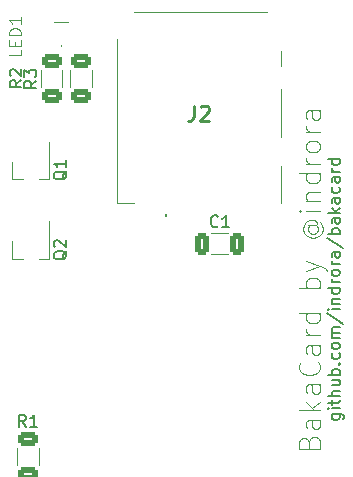
<source format=gto>
%TF.GenerationSoftware,KiCad,Pcbnew,(6.0.1)*%
%TF.CreationDate,2022-02-03T01:47:34-08:00*%
%TF.ProjectId,sd2ps2,73643270-7332-42e6-9b69-6361645f7063,rev?*%
%TF.SameCoordinates,Original*%
%TF.FileFunction,Legend,Top*%
%TF.FilePolarity,Positive*%
%FSLAX46Y46*%
G04 Gerber Fmt 4.6, Leading zero omitted, Abs format (unit mm)*
G04 Created by KiCad (PCBNEW (6.0.1)) date 2022-02-03 01:47:34*
%MOMM*%
%LPD*%
G01*
G04 APERTURE LIST*
G04 Aperture macros list*
%AMRoundRect*
0 Rectangle with rounded corners*
0 $1 Rounding radius*
0 $2 $3 $4 $5 $6 $7 $8 $9 X,Y pos of 4 corners*
0 Add a 4 corners polygon primitive as box body*
4,1,4,$2,$3,$4,$5,$6,$7,$8,$9,$2,$3,0*
0 Add four circle primitives for the rounded corners*
1,1,$1+$1,$2,$3*
1,1,$1+$1,$4,$5*
1,1,$1+$1,$6,$7*
1,1,$1+$1,$8,$9*
0 Add four rect primitives between the rounded corners*
20,1,$1+$1,$2,$3,$4,$5,0*
20,1,$1+$1,$4,$5,$6,$7,0*
20,1,$1+$1,$6,$7,$8,$9,0*
20,1,$1+$1,$8,$9,$2,$3,0*%
G04 Aperture macros list end*
%ADD10C,0.100000*%
%ADD11C,0.200000*%
%ADD12C,0.150000*%
%ADD13C,0.254000*%
%ADD14C,0.120000*%
%ADD15RoundRect,0.250000X-0.325000X-0.650000X0.325000X-0.650000X0.325000X0.650000X-0.325000X0.650000X0*%
%ADD16R,1.500000X4.700000*%
%ADD17R,1.500000X5.500000*%
%ADD18R,1.400000X5.500000*%
%ADD19R,0.700000X1.200000*%
%ADD20R,1.000000X1.200000*%
%ADD21R,1.000000X0.800000*%
%ADD22R,1.000000X2.800000*%
%ADD23R,1.300000X1.900000*%
%ADD24R,0.900000X0.900000*%
%ADD25R,1.500000X1.500000*%
%ADD26RoundRect,0.250000X0.625000X-0.312500X0.625000X0.312500X-0.625000X0.312500X-0.625000X-0.312500X0*%
%ADD27R,0.400000X0.450000*%
%ADD28R,1.000000X1.900000*%
%ADD29R,0.500000X0.450000*%
%ADD30R,0.800000X1.900000*%
G04 APERTURE END LIST*
D10*
X196075000Y-112550000D02*
X196158333Y-112300000D01*
X196241666Y-112216666D01*
X196408333Y-112133333D01*
X196658333Y-112133333D01*
X196825000Y-112216666D01*
X196908333Y-112300000D01*
X196991666Y-112466666D01*
X196991666Y-113133333D01*
X195241666Y-113133333D01*
X195241666Y-112550000D01*
X195325000Y-112383333D01*
X195408333Y-112300000D01*
X195575000Y-112216666D01*
X195741666Y-112216666D01*
X195908333Y-112300000D01*
X195991666Y-112383333D01*
X196075000Y-112550000D01*
X196075000Y-113133333D01*
X196991666Y-110633333D02*
X196075000Y-110633333D01*
X195908333Y-110716666D01*
X195825000Y-110883333D01*
X195825000Y-111216666D01*
X195908333Y-111383333D01*
X196908333Y-110633333D02*
X196991666Y-110800000D01*
X196991666Y-111216666D01*
X196908333Y-111383333D01*
X196741666Y-111466666D01*
X196575000Y-111466666D01*
X196408333Y-111383333D01*
X196325000Y-111216666D01*
X196325000Y-110800000D01*
X196241666Y-110633333D01*
X196991666Y-109800000D02*
X195241666Y-109800000D01*
X196325000Y-109633333D02*
X196991666Y-109133333D01*
X195825000Y-109133333D02*
X196491666Y-109800000D01*
X196991666Y-107633333D02*
X196075000Y-107633333D01*
X195908333Y-107716666D01*
X195825000Y-107883333D01*
X195825000Y-108216666D01*
X195908333Y-108383333D01*
X196908333Y-107633333D02*
X196991666Y-107800000D01*
X196991666Y-108216666D01*
X196908333Y-108383333D01*
X196741666Y-108466666D01*
X196575000Y-108466666D01*
X196408333Y-108383333D01*
X196325000Y-108216666D01*
X196325000Y-107800000D01*
X196241666Y-107633333D01*
X196825000Y-105800000D02*
X196908333Y-105883333D01*
X196991666Y-106133333D01*
X196991666Y-106300000D01*
X196908333Y-106550000D01*
X196741666Y-106716666D01*
X196575000Y-106800000D01*
X196241666Y-106883333D01*
X195991666Y-106883333D01*
X195658333Y-106800000D01*
X195491666Y-106716666D01*
X195325000Y-106550000D01*
X195241666Y-106300000D01*
X195241666Y-106133333D01*
X195325000Y-105883333D01*
X195408333Y-105800000D01*
X196991666Y-104300000D02*
X196075000Y-104300000D01*
X195908333Y-104383333D01*
X195825000Y-104550000D01*
X195825000Y-104883333D01*
X195908333Y-105050000D01*
X196908333Y-104300000D02*
X196991666Y-104466666D01*
X196991666Y-104883333D01*
X196908333Y-105050000D01*
X196741666Y-105133333D01*
X196575000Y-105133333D01*
X196408333Y-105050000D01*
X196325000Y-104883333D01*
X196325000Y-104466666D01*
X196241666Y-104300000D01*
X196991666Y-103466666D02*
X195825000Y-103466666D01*
X196158333Y-103466666D02*
X195991666Y-103383333D01*
X195908333Y-103300000D01*
X195825000Y-103133333D01*
X195825000Y-102966666D01*
X196991666Y-101633333D02*
X195241666Y-101633333D01*
X196908333Y-101633333D02*
X196991666Y-101800000D01*
X196991666Y-102133333D01*
X196908333Y-102300000D01*
X196825000Y-102383333D01*
X196658333Y-102466666D01*
X196158333Y-102466666D01*
X195991666Y-102383333D01*
X195908333Y-102300000D01*
X195825000Y-102133333D01*
X195825000Y-101800000D01*
X195908333Y-101633333D01*
X196991666Y-99466666D02*
X195241666Y-99466666D01*
X195908333Y-99466666D02*
X195825000Y-99300000D01*
X195825000Y-98966666D01*
X195908333Y-98800000D01*
X195991666Y-98716666D01*
X196158333Y-98633333D01*
X196658333Y-98633333D01*
X196825000Y-98716666D01*
X196908333Y-98800000D01*
X196991666Y-98966666D01*
X196991666Y-99300000D01*
X196908333Y-99466666D01*
X195825000Y-98050000D02*
X196991666Y-97633333D01*
X195825000Y-97216666D02*
X196991666Y-97633333D01*
X197408333Y-97800000D01*
X197491666Y-97883333D01*
X197575000Y-98050000D01*
X196158333Y-94133333D02*
X196075000Y-94216666D01*
X195991666Y-94383333D01*
X195991666Y-94550000D01*
X196075000Y-94716666D01*
X196158333Y-94800000D01*
X196325000Y-94883333D01*
X196491666Y-94883333D01*
X196658333Y-94800000D01*
X196741666Y-94716666D01*
X196825000Y-94550000D01*
X196825000Y-94383333D01*
X196741666Y-94216666D01*
X196658333Y-94133333D01*
X195991666Y-94133333D02*
X196658333Y-94133333D01*
X196741666Y-94050000D01*
X196741666Y-93966666D01*
X196658333Y-93800000D01*
X196491666Y-93716666D01*
X196075000Y-93716666D01*
X195825000Y-93883333D01*
X195658333Y-94133333D01*
X195575000Y-94466666D01*
X195658333Y-94800000D01*
X195825000Y-95050000D01*
X196075000Y-95216666D01*
X196408333Y-95300000D01*
X196741666Y-95216666D01*
X196991666Y-95050000D01*
X197158333Y-94800000D01*
X197241666Y-94466666D01*
X197158333Y-94133333D01*
X196991666Y-93883333D01*
X196991666Y-92966666D02*
X195825000Y-92966666D01*
X195241666Y-92966666D02*
X195325000Y-93050000D01*
X195408333Y-92966666D01*
X195325000Y-92883333D01*
X195241666Y-92966666D01*
X195408333Y-92966666D01*
X195825000Y-92133333D02*
X196991666Y-92133333D01*
X195991666Y-92133333D02*
X195908333Y-92050000D01*
X195825000Y-91883333D01*
X195825000Y-91633333D01*
X195908333Y-91466666D01*
X196075000Y-91383333D01*
X196991666Y-91383333D01*
X196991666Y-89800000D02*
X195241666Y-89800000D01*
X196908333Y-89800000D02*
X196991666Y-89966666D01*
X196991666Y-90300000D01*
X196908333Y-90466666D01*
X196825000Y-90550000D01*
X196658333Y-90633333D01*
X196158333Y-90633333D01*
X195991666Y-90550000D01*
X195908333Y-90466666D01*
X195825000Y-90300000D01*
X195825000Y-89966666D01*
X195908333Y-89800000D01*
X196991666Y-88966666D02*
X195825000Y-88966666D01*
X196158333Y-88966666D02*
X195991666Y-88883333D01*
X195908333Y-88800000D01*
X195825000Y-88633333D01*
X195825000Y-88466666D01*
X196991666Y-87633333D02*
X196908333Y-87800000D01*
X196825000Y-87883333D01*
X196658333Y-87966666D01*
X196158333Y-87966666D01*
X195991666Y-87883333D01*
X195908333Y-87800000D01*
X195825000Y-87633333D01*
X195825000Y-87383333D01*
X195908333Y-87216666D01*
X195991666Y-87133333D01*
X196158333Y-87050000D01*
X196658333Y-87050000D01*
X196825000Y-87133333D01*
X196908333Y-87216666D01*
X196991666Y-87383333D01*
X196991666Y-87633333D01*
X196991666Y-86300000D02*
X195825000Y-86300000D01*
X196158333Y-86300000D02*
X195991666Y-86216666D01*
X195908333Y-86133333D01*
X195825000Y-85966666D01*
X195825000Y-85800000D01*
X196991666Y-84466666D02*
X196075000Y-84466666D01*
X195908333Y-84550000D01*
X195825000Y-84716666D01*
X195825000Y-85050000D01*
X195908333Y-85216666D01*
X196908333Y-84466666D02*
X196991666Y-84633333D01*
X196991666Y-85050000D01*
X196908333Y-85216666D01*
X196741666Y-85300000D01*
X196575000Y-85300000D01*
X196408333Y-85216666D01*
X196325000Y-85050000D01*
X196325000Y-84633333D01*
X196241666Y-84466666D01*
D11*
X197985714Y-110171428D02*
X198795238Y-110171428D01*
X198890476Y-110219047D01*
X198938095Y-110266666D01*
X198985714Y-110361904D01*
X198985714Y-110504761D01*
X198938095Y-110600000D01*
X198604761Y-110171428D02*
X198652380Y-110266666D01*
X198652380Y-110457142D01*
X198604761Y-110552380D01*
X198557142Y-110600000D01*
X198461904Y-110647619D01*
X198176190Y-110647619D01*
X198080952Y-110600000D01*
X198033333Y-110552380D01*
X197985714Y-110457142D01*
X197985714Y-110266666D01*
X198033333Y-110171428D01*
X198652380Y-109695238D02*
X197985714Y-109695238D01*
X197652380Y-109695238D02*
X197700000Y-109742857D01*
X197747619Y-109695238D01*
X197700000Y-109647619D01*
X197652380Y-109695238D01*
X197747619Y-109695238D01*
X197985714Y-109361904D02*
X197985714Y-108980952D01*
X197652380Y-109219047D02*
X198509523Y-109219047D01*
X198604761Y-109171428D01*
X198652380Y-109076190D01*
X198652380Y-108980952D01*
X198652380Y-108647619D02*
X197652380Y-108647619D01*
X198652380Y-108219047D02*
X198128571Y-108219047D01*
X198033333Y-108266666D01*
X197985714Y-108361904D01*
X197985714Y-108504761D01*
X198033333Y-108600000D01*
X198080952Y-108647619D01*
X197985714Y-107314285D02*
X198652380Y-107314285D01*
X197985714Y-107742857D02*
X198509523Y-107742857D01*
X198604761Y-107695238D01*
X198652380Y-107600000D01*
X198652380Y-107457142D01*
X198604761Y-107361904D01*
X198557142Y-107314285D01*
X198652380Y-106838095D02*
X197652380Y-106838095D01*
X198033333Y-106838095D02*
X197985714Y-106742857D01*
X197985714Y-106552380D01*
X198033333Y-106457142D01*
X198080952Y-106409523D01*
X198176190Y-106361904D01*
X198461904Y-106361904D01*
X198557142Y-106409523D01*
X198604761Y-106457142D01*
X198652380Y-106552380D01*
X198652380Y-106742857D01*
X198604761Y-106838095D01*
X198557142Y-105933333D02*
X198604761Y-105885714D01*
X198652380Y-105933333D01*
X198604761Y-105980952D01*
X198557142Y-105933333D01*
X198652380Y-105933333D01*
X198604761Y-105028571D02*
X198652380Y-105123809D01*
X198652380Y-105314285D01*
X198604761Y-105409523D01*
X198557142Y-105457142D01*
X198461904Y-105504761D01*
X198176190Y-105504761D01*
X198080952Y-105457142D01*
X198033333Y-105409523D01*
X197985714Y-105314285D01*
X197985714Y-105123809D01*
X198033333Y-105028571D01*
X198652380Y-104457142D02*
X198604761Y-104552380D01*
X198557142Y-104600000D01*
X198461904Y-104647619D01*
X198176190Y-104647619D01*
X198080952Y-104600000D01*
X198033333Y-104552380D01*
X197985714Y-104457142D01*
X197985714Y-104314285D01*
X198033333Y-104219047D01*
X198080952Y-104171428D01*
X198176190Y-104123809D01*
X198461904Y-104123809D01*
X198557142Y-104171428D01*
X198604761Y-104219047D01*
X198652380Y-104314285D01*
X198652380Y-104457142D01*
X198652380Y-103695238D02*
X197985714Y-103695238D01*
X198080952Y-103695238D02*
X198033333Y-103647619D01*
X197985714Y-103552380D01*
X197985714Y-103409523D01*
X198033333Y-103314285D01*
X198128571Y-103266666D01*
X198652380Y-103266666D01*
X198128571Y-103266666D02*
X198033333Y-103219047D01*
X197985714Y-103123809D01*
X197985714Y-102980952D01*
X198033333Y-102885714D01*
X198128571Y-102838095D01*
X198652380Y-102838095D01*
X197604761Y-101647619D02*
X198890476Y-102504761D01*
X198652380Y-101314285D02*
X197985714Y-101314285D01*
X197652380Y-101314285D02*
X197700000Y-101361904D01*
X197747619Y-101314285D01*
X197700000Y-101266666D01*
X197652380Y-101314285D01*
X197747619Y-101314285D01*
X197985714Y-100838095D02*
X198652380Y-100838095D01*
X198080952Y-100838095D02*
X198033333Y-100790476D01*
X197985714Y-100695238D01*
X197985714Y-100552380D01*
X198033333Y-100457142D01*
X198128571Y-100409523D01*
X198652380Y-100409523D01*
X198652380Y-99504761D02*
X197652380Y-99504761D01*
X198604761Y-99504761D02*
X198652380Y-99600000D01*
X198652380Y-99790476D01*
X198604761Y-99885714D01*
X198557142Y-99933333D01*
X198461904Y-99980952D01*
X198176190Y-99980952D01*
X198080952Y-99933333D01*
X198033333Y-99885714D01*
X197985714Y-99790476D01*
X197985714Y-99600000D01*
X198033333Y-99504761D01*
X198652380Y-99028571D02*
X197985714Y-99028571D01*
X198176190Y-99028571D02*
X198080952Y-98980952D01*
X198033333Y-98933333D01*
X197985714Y-98838095D01*
X197985714Y-98742857D01*
X198652380Y-98266666D02*
X198604761Y-98361904D01*
X198557142Y-98409523D01*
X198461904Y-98457142D01*
X198176190Y-98457142D01*
X198080952Y-98409523D01*
X198033333Y-98361904D01*
X197985714Y-98266666D01*
X197985714Y-98123809D01*
X198033333Y-98028571D01*
X198080952Y-97980952D01*
X198176190Y-97933333D01*
X198461904Y-97933333D01*
X198557142Y-97980952D01*
X198604761Y-98028571D01*
X198652380Y-98123809D01*
X198652380Y-98266666D01*
X198652380Y-97504761D02*
X197985714Y-97504761D01*
X198176190Y-97504761D02*
X198080952Y-97457142D01*
X198033333Y-97409523D01*
X197985714Y-97314285D01*
X197985714Y-97219047D01*
X198652380Y-96457142D02*
X198128571Y-96457142D01*
X198033333Y-96504761D01*
X197985714Y-96600000D01*
X197985714Y-96790476D01*
X198033333Y-96885714D01*
X198604761Y-96457142D02*
X198652380Y-96552380D01*
X198652380Y-96790476D01*
X198604761Y-96885714D01*
X198509523Y-96933333D01*
X198414285Y-96933333D01*
X198319047Y-96885714D01*
X198271428Y-96790476D01*
X198271428Y-96552380D01*
X198223809Y-96457142D01*
X197604761Y-95266666D02*
X198890476Y-96123809D01*
X198652380Y-94933333D02*
X197652380Y-94933333D01*
X198033333Y-94933333D02*
X197985714Y-94838095D01*
X197985714Y-94647619D01*
X198033333Y-94552380D01*
X198080952Y-94504761D01*
X198176190Y-94457142D01*
X198461904Y-94457142D01*
X198557142Y-94504761D01*
X198604761Y-94552380D01*
X198652380Y-94647619D01*
X198652380Y-94838095D01*
X198604761Y-94933333D01*
X198652380Y-93600000D02*
X198128571Y-93600000D01*
X198033333Y-93647619D01*
X197985714Y-93742857D01*
X197985714Y-93933333D01*
X198033333Y-94028571D01*
X198604761Y-93600000D02*
X198652380Y-93695238D01*
X198652380Y-93933333D01*
X198604761Y-94028571D01*
X198509523Y-94076190D01*
X198414285Y-94076190D01*
X198319047Y-94028571D01*
X198271428Y-93933333D01*
X198271428Y-93695238D01*
X198223809Y-93600000D01*
X198652380Y-93123809D02*
X197652380Y-93123809D01*
X198271428Y-93028571D02*
X198652380Y-92742857D01*
X197985714Y-92742857D02*
X198366666Y-93123809D01*
X198652380Y-91885714D02*
X198128571Y-91885714D01*
X198033333Y-91933333D01*
X197985714Y-92028571D01*
X197985714Y-92219047D01*
X198033333Y-92314285D01*
X198604761Y-91885714D02*
X198652380Y-91980952D01*
X198652380Y-92219047D01*
X198604761Y-92314285D01*
X198509523Y-92361904D01*
X198414285Y-92361904D01*
X198319047Y-92314285D01*
X198271428Y-92219047D01*
X198271428Y-91980952D01*
X198223809Y-91885714D01*
X198604761Y-90980952D02*
X198652380Y-91076190D01*
X198652380Y-91266666D01*
X198604761Y-91361904D01*
X198557142Y-91409523D01*
X198461904Y-91457142D01*
X198176190Y-91457142D01*
X198080952Y-91409523D01*
X198033333Y-91361904D01*
X197985714Y-91266666D01*
X197985714Y-91076190D01*
X198033333Y-90980952D01*
X198652380Y-90123809D02*
X198128571Y-90123809D01*
X198033333Y-90171428D01*
X197985714Y-90266666D01*
X197985714Y-90457142D01*
X198033333Y-90552380D01*
X198604761Y-90123809D02*
X198652380Y-90219047D01*
X198652380Y-90457142D01*
X198604761Y-90552380D01*
X198509523Y-90600000D01*
X198414285Y-90600000D01*
X198319047Y-90552380D01*
X198271428Y-90457142D01*
X198271428Y-90219047D01*
X198223809Y-90123809D01*
X198652380Y-89647619D02*
X197985714Y-89647619D01*
X198176190Y-89647619D02*
X198080952Y-89600000D01*
X198033333Y-89552380D01*
X197985714Y-89457142D01*
X197985714Y-89361904D01*
X198652380Y-88600000D02*
X197652380Y-88600000D01*
X198604761Y-88600000D02*
X198652380Y-88695238D01*
X198652380Y-88885714D01*
X198604761Y-88980952D01*
X198557142Y-89028571D01*
X198461904Y-89076190D01*
X198176190Y-89076190D01*
X198080952Y-89028571D01*
X198033333Y-88980952D01*
X197985714Y-88885714D01*
X197985714Y-88695238D01*
X198033333Y-88600000D01*
D12*
%TO.C,C1*%
X188333333Y-94257142D02*
X188285714Y-94304761D01*
X188142857Y-94352380D01*
X188047619Y-94352380D01*
X187904761Y-94304761D01*
X187809523Y-94209523D01*
X187761904Y-94114285D01*
X187714285Y-93923809D01*
X187714285Y-93780952D01*
X187761904Y-93590476D01*
X187809523Y-93495238D01*
X187904761Y-93400000D01*
X188047619Y-93352380D01*
X188142857Y-93352380D01*
X188285714Y-93400000D01*
X188333333Y-93447619D01*
X189285714Y-94352380D02*
X188714285Y-94352380D01*
X189000000Y-94352380D02*
X189000000Y-93352380D01*
X188904761Y-93495238D01*
X188809523Y-93590476D01*
X188714285Y-93638095D01*
D13*
%TO.C,J2*%
X186326666Y-84054523D02*
X186326666Y-84961666D01*
X186266190Y-85143095D01*
X186145238Y-85264047D01*
X185963809Y-85324523D01*
X185842857Y-85324523D01*
X186870952Y-84175476D02*
X186931428Y-84115000D01*
X187052380Y-84054523D01*
X187354761Y-84054523D01*
X187475714Y-84115000D01*
X187536190Y-84175476D01*
X187596666Y-84296428D01*
X187596666Y-84417380D01*
X187536190Y-84598809D01*
X186810476Y-85324523D01*
X187596666Y-85324523D01*
D10*
%TO.C,LED1*%
X171652380Y-79319047D02*
X171652380Y-79795238D01*
X170652380Y-79795238D01*
X171128571Y-78985714D02*
X171128571Y-78652380D01*
X171652380Y-78509523D02*
X171652380Y-78985714D01*
X170652380Y-78985714D01*
X170652380Y-78509523D01*
X171652380Y-78080952D02*
X170652380Y-78080952D01*
X170652380Y-77842857D01*
X170700000Y-77700000D01*
X170795238Y-77604761D01*
X170890476Y-77557142D01*
X171080952Y-77509523D01*
X171223809Y-77509523D01*
X171414285Y-77557142D01*
X171509523Y-77604761D01*
X171604761Y-77700000D01*
X171652380Y-77842857D01*
X171652380Y-78080952D01*
X171652380Y-76557142D02*
X171652380Y-77128571D01*
X171652380Y-76842857D02*
X170652380Y-76842857D01*
X170795238Y-76938095D01*
X170890476Y-77033333D01*
X170938095Y-77128571D01*
D12*
%TO.C,R1*%
X172083333Y-111227380D02*
X171750000Y-110751190D01*
X171511904Y-111227380D02*
X171511904Y-110227380D01*
X171892857Y-110227380D01*
X171988095Y-110275000D01*
X172035714Y-110322619D01*
X172083333Y-110417857D01*
X172083333Y-110560714D01*
X172035714Y-110655952D01*
X171988095Y-110703571D01*
X171892857Y-110751190D01*
X171511904Y-110751190D01*
X173035714Y-111227380D02*
X172464285Y-111227380D01*
X172750000Y-111227380D02*
X172750000Y-110227380D01*
X172654761Y-110370238D01*
X172559523Y-110465476D01*
X172464285Y-110513095D01*
%TO.C,R2*%
X171702380Y-81916666D02*
X171226190Y-82250000D01*
X171702380Y-82488095D02*
X170702380Y-82488095D01*
X170702380Y-82107142D01*
X170750000Y-82011904D01*
X170797619Y-81964285D01*
X170892857Y-81916666D01*
X171035714Y-81916666D01*
X171130952Y-81964285D01*
X171178571Y-82011904D01*
X171226190Y-82107142D01*
X171226190Y-82488095D01*
X170797619Y-81535714D02*
X170750000Y-81488095D01*
X170702380Y-81392857D01*
X170702380Y-81154761D01*
X170750000Y-81059523D01*
X170797619Y-81011904D01*
X170892857Y-80964285D01*
X170988095Y-80964285D01*
X171130952Y-81011904D01*
X171702380Y-81583333D01*
X171702380Y-80964285D01*
%TO.C,R3*%
X172952380Y-81954166D02*
X172476190Y-82287500D01*
X172952380Y-82525595D02*
X171952380Y-82525595D01*
X171952380Y-82144642D01*
X172000000Y-82049404D01*
X172047619Y-82001785D01*
X172142857Y-81954166D01*
X172285714Y-81954166D01*
X172380952Y-82001785D01*
X172428571Y-82049404D01*
X172476190Y-82144642D01*
X172476190Y-82525595D01*
X171952380Y-81620833D02*
X171952380Y-81001785D01*
X172333333Y-81335119D01*
X172333333Y-81192261D01*
X172380952Y-81097023D01*
X172428571Y-81049404D01*
X172523809Y-81001785D01*
X172761904Y-81001785D01*
X172857142Y-81049404D01*
X172904761Y-81097023D01*
X172952380Y-81192261D01*
X172952380Y-81477976D01*
X172904761Y-81573214D01*
X172857142Y-81620833D01*
%TO.C,Q1*%
X175547619Y-89595238D02*
X175500000Y-89690476D01*
X175404761Y-89785714D01*
X175261904Y-89928571D01*
X175214285Y-90023809D01*
X175214285Y-90119047D01*
X175452380Y-90071428D02*
X175404761Y-90166666D01*
X175309523Y-90261904D01*
X175119047Y-90309523D01*
X174785714Y-90309523D01*
X174595238Y-90261904D01*
X174500000Y-90166666D01*
X174452380Y-90071428D01*
X174452380Y-89880952D01*
X174500000Y-89785714D01*
X174595238Y-89690476D01*
X174785714Y-89642857D01*
X175119047Y-89642857D01*
X175309523Y-89690476D01*
X175404761Y-89785714D01*
X175452380Y-89880952D01*
X175452380Y-90071428D01*
X175452380Y-88690476D02*
X175452380Y-89261904D01*
X175452380Y-88976190D02*
X174452380Y-88976190D01*
X174595238Y-89071428D01*
X174690476Y-89166666D01*
X174738095Y-89261904D01*
%TO.C,Q2*%
X175547619Y-96345238D02*
X175500000Y-96440476D01*
X175404761Y-96535714D01*
X175261904Y-96678571D01*
X175214285Y-96773809D01*
X175214285Y-96869047D01*
X175452380Y-96821428D02*
X175404761Y-96916666D01*
X175309523Y-97011904D01*
X175119047Y-97059523D01*
X174785714Y-97059523D01*
X174595238Y-97011904D01*
X174500000Y-96916666D01*
X174452380Y-96821428D01*
X174452380Y-96630952D01*
X174500000Y-96535714D01*
X174595238Y-96440476D01*
X174785714Y-96392857D01*
X175119047Y-96392857D01*
X175309523Y-96440476D01*
X175404761Y-96535714D01*
X175452380Y-96630952D01*
X175452380Y-96821428D01*
X174547619Y-96011904D02*
X174500000Y-95964285D01*
X174452380Y-95869047D01*
X174452380Y-95630952D01*
X174500000Y-95535714D01*
X174547619Y-95488095D01*
X174642857Y-95440476D01*
X174738095Y-95440476D01*
X174880952Y-95488095D01*
X175452380Y-96059523D01*
X175452380Y-95440476D01*
D14*
%TO.C,C1*%
X187788748Y-94840000D02*
X189211252Y-94840000D01*
X187788748Y-96660000D02*
X189211252Y-96660000D01*
D11*
%TO.C,J2*%
X183950000Y-93387000D02*
X183950000Y-93387000D01*
D10*
X193675000Y-92262000D02*
X193675000Y-89188000D01*
X181250000Y-92262000D02*
X179825000Y-92262000D01*
X193675000Y-80687000D02*
X193675000Y-79437000D01*
X193675000Y-86688000D02*
X193675000Y-82687000D01*
X181250000Y-76113000D02*
X192500000Y-76113000D01*
X179825000Y-92262000D02*
X179825000Y-78437000D01*
D11*
X183950000Y-93287000D02*
X183950000Y-93287000D01*
X183950000Y-93387000D02*
X183950000Y-93387000D01*
X183950000Y-93287000D02*
G75*
G03*
X183950000Y-93387000I0J-50000D01*
G01*
X183950000Y-93387000D02*
G75*
G03*
X183950000Y-93287000I0J50000D01*
G01*
X183950000Y-93387000D02*
G75*
G03*
X183950000Y-93287000I0J50000D01*
G01*
D10*
%TO.C,LED1*%
X175050000Y-79000000D02*
X175050000Y-79000000D01*
X175050000Y-78900000D02*
X175050000Y-78900000D01*
X175650000Y-77000000D02*
X174450000Y-77000000D01*
X175050000Y-79000000D02*
G75*
G03*
X175050000Y-78900000I0J50000D01*
G01*
X175050000Y-78900000D02*
G75*
G03*
X175050000Y-79000000I0J-50000D01*
G01*
D14*
%TO.C,R1*%
X173160000Y-114477064D02*
X173160000Y-113022936D01*
X171340000Y-114477064D02*
X171340000Y-113022936D01*
%TO.C,R2*%
X173340000Y-82477064D02*
X173340000Y-81022936D01*
X175160000Y-82477064D02*
X175160000Y-81022936D01*
%TO.C,R3*%
X175840000Y-82477064D02*
X175840000Y-81022936D01*
X177660000Y-82477064D02*
X177660000Y-81022936D01*
%TO.C,Q1*%
X174080000Y-90260000D02*
X173150000Y-90260000D01*
X170920000Y-90260000D02*
X171850000Y-90260000D01*
X170920000Y-90260000D02*
X170920000Y-88800000D01*
X174080000Y-90260000D02*
X174080000Y-87100000D01*
%TO.C,Q2*%
X170920000Y-97010000D02*
X171850000Y-97010000D01*
X174080000Y-97010000D02*
X173150000Y-97010000D01*
X170920000Y-97010000D02*
X170920000Y-95550000D01*
X174080000Y-97010000D02*
X174080000Y-93850000D01*
%TD*%
%LPC*%
D15*
%TO.C,C1*%
X187025000Y-95750000D03*
X189975000Y-95750000D03*
%TD*%
D16*
%TO.C,J1*%
X195450000Y-125150000D03*
X192950000Y-125150000D03*
D17*
X187450000Y-125550000D03*
X184950000Y-125550000D03*
D18*
X182400000Y-125550000D03*
D16*
X177050000Y-125150000D03*
X174550000Y-125150000D03*
X172050000Y-125150000D03*
%TD*%
D19*
%TO.C,J2*%
X183975000Y-92162000D03*
X185075000Y-92162000D03*
X186175000Y-92162000D03*
X187275000Y-92162000D03*
X188375000Y-92162000D03*
X189475000Y-92162000D03*
X190575000Y-92162000D03*
X191675000Y-92162000D03*
D20*
X182425000Y-92162000D03*
D19*
X192625000Y-92162000D03*
D20*
X193575000Y-87862000D03*
D21*
X193575000Y-81663000D03*
D22*
X193575000Y-77513000D03*
D23*
X180075000Y-77062000D03*
%TD*%
D24*
%TO.C,LED1*%
X175050000Y-78150000D03*
D25*
X176800000Y-77500000D03*
X173300000Y-77500000D03*
%TD*%
D26*
%TO.C,R1*%
X172250000Y-115212500D03*
X172250000Y-112287500D03*
%TD*%
%TO.C,R2*%
X174250000Y-83212500D03*
X174250000Y-80287500D03*
%TD*%
%TO.C,R3*%
X176750000Y-83212500D03*
X176750000Y-80287500D03*
%TD*%
D27*
%TO.C,Q1*%
X172900000Y-88925000D03*
D28*
X173400000Y-88000000D03*
X171600000Y-88000000D03*
D27*
X172100000Y-88925000D03*
D29*
X172500000Y-90075000D03*
D30*
X172500000Y-91000000D03*
%TD*%
D27*
%TO.C,Q2*%
X172900000Y-95675000D03*
D28*
X173400000Y-94750000D03*
X171600000Y-94750000D03*
D27*
X172100000Y-95675000D03*
D30*
X172500000Y-97750000D03*
D29*
X172500000Y-96825000D03*
%TD*%
M02*

</source>
